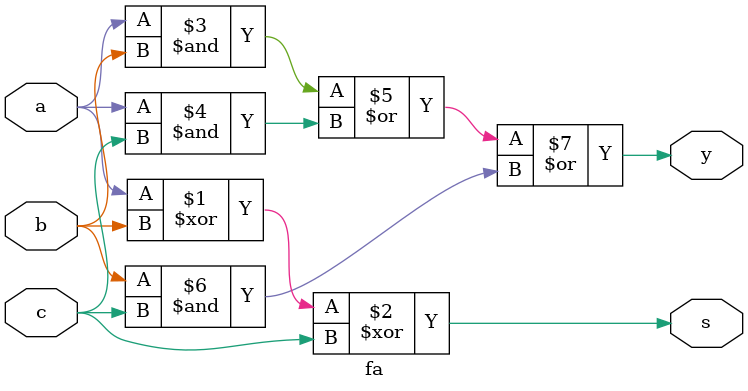
<source format=v>
module fa (a,b,c,s,y);
input a,b,c;
output s,y;
assign s=a^b^c;
assign y=(a&b)|(a&c)|(b&c);
endmodule

</source>
